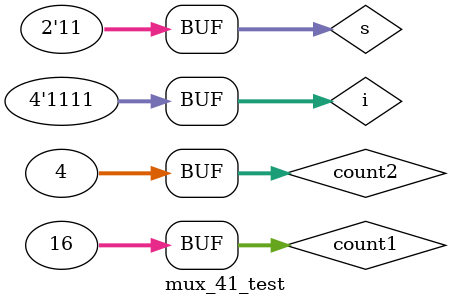
<source format=v>
module mux_41_test;
	wire z;
	reg [3:0]i;
	reg [1:0]s;
	mux_41 gate(z,i,s);
	integer count1, count2;
	initial begin 
	for(count1=0; count1<16; count1=count1+1) begin
		for(count2=0; count2<4; count2=count2+1) begin
			#10 i=count1; s=count2;
		end
	end
	end
endmodule 
</source>
